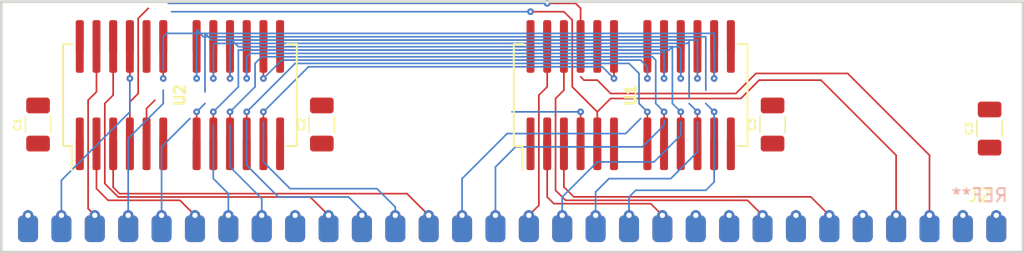
<source format=kicad_pcb>
(kicad_pcb (version 20171130) (host pcbnew "(5.0.1-3-g963ef8bb5)")

  (general
    (thickness 1.6)
    (drawings 4)
    (tracks 221)
    (zones 0)
    (modules 7)
    (nets 32)
  )

  (page A4)
  (layers
    (0 F.Cu signal)
    (1 In1.Cu power)
    (2 In2.Cu power)
    (31 B.Cu signal)
    (32 B.Adhes user)
    (33 F.Adhes user)
    (34 B.Paste user)
    (35 F.Paste user)
    (36 B.SilkS user)
    (37 F.SilkS user)
    (38 B.Mask user)
    (39 F.Mask user)
    (40 Dwgs.User user)
    (41 Cmts.User user)
    (42 Eco1.User user)
    (43 Eco2.User user)
    (44 Edge.Cuts user)
    (45 Margin user)
    (46 B.CrtYd user)
    (47 F.CrtYd user)
    (48 B.Fab user)
    (49 F.Fab user)
  )

  (setup
    (last_trace_width 0.127)
    (user_trace_width 0.1524)
    (user_trace_width 0.254)
    (user_trace_width 0.508)
    (user_trace_width 0.762)
    (user_trace_width 0.8)
    (user_trace_width 1.27)
    (user_trace_width 1.524)
    (trace_clearance 0.127)
    (zone_clearance 0.1524)
    (zone_45_only no)
    (trace_min 0.127)
    (segment_width 0.2)
    (edge_width 0.15)
    (via_size 0.508)
    (via_drill 0.2)
    (via_min_size 0.508)
    (via_min_drill 0.2)
    (user_via 0.8 0.4)
    (uvia_size 0.3)
    (uvia_drill 0.1)
    (uvias_allowed no)
    (uvia_min_size 0.2)
    (uvia_min_drill 0.1)
    (pcb_text_width 0.3)
    (pcb_text_size 1.5 1.5)
    (mod_edge_width 0.15)
    (mod_text_size 1 1)
    (mod_text_width 0.15)
    (pad_size 1.524 1.524)
    (pad_drill 0.762)
    (pad_to_mask_clearance 0.0762)
    (solder_mask_min_width 0.1524)
    (pad_to_paste_clearance -0.1)
    (aux_axis_origin 0 0)
    (visible_elements FFFFFF7F)
    (pcbplotparams
      (layerselection 0x010fc_ffffffff)
      (usegerberextensions false)
      (usegerberattributes false)
      (usegerberadvancedattributes false)
      (creategerberjobfile false)
      (excludeedgelayer true)
      (linewidth 0.100000)
      (plotframeref false)
      (viasonmask false)
      (mode 1)
      (useauxorigin false)
      (hpglpennumber 1)
      (hpglpenspeed 20)
      (hpglpendiameter 15.000000)
      (psnegative false)
      (psa4output false)
      (plotreference true)
      (plotvalue true)
      (plotinvisibletext false)
      (padsonsilk false)
      (subtractmaskfromsilk false)
      (outputformat 1)
      (mirror false)
      (drillshape 1)
      (scaleselection 1)
      (outputdirectory ""))
  )

  (net 0 "")
  (net 1 +5V)
  (net 2 /D0)
  (net 3 /D1)
  (net 4 /~WE~)
  (net 5 /~RAS~)
  (net 6 /~OE~)
  (net 7 /~CAS~)
  (net 8 /D2)
  (net 9 /D3)
  (net 10 GND)
  (net 11 /D4)
  (net 12 /D5)
  (net 13 /D6)
  (net 14 /A11)
  (net 15 /D7)
  (net 16 /QP)
  (net 17 /~CASP~)
  (net 18 /DP)
  (net 19 "Net-(U1-Pad6)")
  (net 20 "Net-(U2-Pad6)")
  (net 21 /1A0)
  (net 22 /1A1)
  (net 23 /1A2)
  (net 24 /1A3)
  (net 25 /1A4)
  (net 26 /1A5)
  (net 27 /1A6)
  (net 28 /1A7)
  (net 29 /1A8)
  (net 30 /1A10)
  (net 31 /1A9)

  (net_class Default "This is the default net class."
    (clearance 0.127)
    (trace_width 0.127)
    (via_dia 0.508)
    (via_drill 0.2)
    (uvia_dia 0.3)
    (uvia_drill 0.1)
    (add_net +5V)
    (add_net /1A0)
    (add_net /1A1)
    (add_net /1A10)
    (add_net /1A2)
    (add_net /1A3)
    (add_net /1A4)
    (add_net /1A5)
    (add_net /1A6)
    (add_net /1A7)
    (add_net /1A8)
    (add_net /1A9)
    (add_net /A11)
    (add_net /D0)
    (add_net /D1)
    (add_net /D2)
    (add_net /D3)
    (add_net /D4)
    (add_net /D5)
    (add_net /D6)
    (add_net /D7)
    (add_net /DP)
    (add_net /QP)
    (add_net /~CASP~)
    (add_net /~CAS~)
    (add_net /~OE~)
    (add_net /~RAS~)
    (add_net /~WE~)
    (add_net GND)
    (add_net "Net-(U1-Pad6)")
    (add_net "Net-(U2-Pad6)")
  )

  (module stdpads:C_1206 (layer F.Cu) (tedit 5BDBB3F6) (tstamp 5CC415E3)
    (at 176.022 76.2 90)
    (tags capacitor)
    (path /5C2EDC35)
    (attr smd)
    (fp_text reference C3 (at 0 -1.55 90) (layer F.SilkS)
      (effects (font (size 0.508 0.508) (thickness 0.127)))
    )
    (fp_text value 100n (at 0 0.5 90) (layer F.Fab) hide
      (effects (font (size 0.254 0.254) (thickness 0.0635)))
    )
    (fp_line (start -1.6 0.8) (end -1.6 -0.8) (layer F.Fab) (width 0.1))
    (fp_line (start -1.6 -0.8) (end 1.6 -0.8) (layer F.Fab) (width 0.2))
    (fp_line (start 1.6 -0.8) (end 1.6 0.8) (layer F.Fab) (width 0.1))
    (fp_line (start 1.6 0.8) (end -1.6 0.8) (layer F.Fab) (width 0.2))
    (fp_line (start -0.602064 -0.96) (end 0.602064 -0.96) (layer F.SilkS) (width 0.12))
    (fp_line (start -0.602064 0.96) (end 0.602064 0.96) (layer F.SilkS) (width 0.12))
    (fp_line (start -2.35 1.2) (end -2.35 -1.2) (layer F.CrtYd) (width 0.05))
    (fp_line (start -2.35 -1.2) (end 2.35 -1.2) (layer F.CrtYd) (width 0.05))
    (fp_line (start 2.35 -1.2) (end 2.35 1.2) (layer F.CrtYd) (width 0.05))
    (fp_line (start 2.35 1.2) (end -2.35 1.2) (layer F.CrtYd) (width 0.05))
    (fp_text user %R (at 0 0 90) (layer F.Fab)
      (effects (font (size 0.508 0.508) (thickness 0.127)))
    )
    (pad 1 smd roundrect (at -1.45 0 90) (size 1.2 1.8) (layers F.Cu F.Paste F.Mask) (roundrect_rratio 0.2)
      (net 1 +5V))
    (pad 2 smd roundrect (at 1.45 0 90) (size 1.2 1.8) (layers F.Cu F.Paste F.Mask) (roundrect_rratio 0.2)
      (net 10 GND))
    (model ${KISYS3DMOD}/Capacitor_SMD.3dshapes/C_1206_3216Metric.wrl
      (at (xyz 0 0 0))
      (scale (xyz 1 1 1))
      (rotate (xyz 0 0 0))
    )
  )

  (module stdpads:Memory_SIMM_30 (layer F.Cu) (tedit 5C2DD7B4) (tstamp 5C2E4C79)
    (at 139.7 83.82)
    (path /5C2E1E12)
    (fp_text reference J2 (at 35.56 -2.54) (layer F.SilkS)
      (effects (font (size 1 1) (thickness 0.15)))
    )
    (fp_text value Conn_01x30 (at 0 -2.54) (layer F.Fab)
      (effects (font (size 1 1) (thickness 0.15)))
    )
    (fp_line (start -38.862 1.778) (end -38.862 -1.778) (layer B.Fab) (width 0.127))
    (fp_line (start 38.862 1.778) (end -38.862 1.778) (layer B.Fab) (width 0.127))
    (fp_text user REF** (at 35.56 -2.54) (layer B.SilkS)
      (effects (font (size 1 1) (thickness 0.15)) (justify mirror))
    )
    (fp_line (start 38.862 -1.778) (end 38.862 1.778) (layer F.Fab) (width 0.127))
    (fp_line (start 38.862 1.778) (end -38.862 1.778) (layer F.Fab) (width 0.127))
    (fp_line (start -38.862 1.778) (end -38.862 -1.778) (layer F.Fab) (width 0.127))
    (fp_line (start 38.862 -1.778) (end 38.862 1.778) (layer B.Fab) (width 0.127))
    (pad 1 smd roundrect (at -36.83 0) (size 1.524 2.032) (layers B.Cu B.Mask) (roundrect_rratio 0.25)
      (net 1 +5V))
    (pad 1 smd roundrect (at -36.83 0) (size 1.524 2.032) (layers F.Cu F.Mask) (roundrect_rratio 0.25)
      (net 1 +5V))
    (pad 2 smd roundrect (at -34.29 0) (size 1.524 2.032) (layers B.Cu B.Mask) (roundrect_rratio 0.25)
      (net 7 /~CAS~))
    (pad 3 smd roundrect (at -31.75 0) (size 1.524 2.032) (layers B.Cu B.Mask) (roundrect_rratio 0.25)
      (net 2 /D0))
    (pad 4 smd roundrect (at -29.21 0) (size 1.524 2.032) (layers B.Cu B.Mask) (roundrect_rratio 0.25)
      (net 31 /1A9))
    (pad 5 smd roundrect (at -26.67 0) (size 1.524 2.032) (layers B.Cu B.Mask) (roundrect_rratio 0.25)
      (net 29 /1A8))
    (pad 6 smd roundrect (at -24.13 0) (size 1.524 2.032) (layers B.Cu B.Mask) (roundrect_rratio 0.25)
      (net 3 /D1))
    (pad 7 smd roundrect (at -21.59 0) (size 1.524 2.032) (layers B.Cu B.Mask) (roundrect_rratio 0.25)
      (net 30 /1A10))
    (pad 8 smd roundrect (at -19.05 0) (size 1.524 2.032) (layers B.Cu B.Mask) (roundrect_rratio 0.25)
      (net 28 /1A7))
    (pad 9 smd roundrect (at -16.51 0) (size 1.524 2.032) (layers B.Cu B.Mask) (roundrect_rratio 0.25)
      (net 10 GND))
    (pad 10 smd roundrect (at -13.97 0) (size 1.524 2.032) (layers B.Cu B.Mask) (roundrect_rratio 0.25)
      (net 8 /D2))
    (pad 11 smd roundrect (at -11.43 0) (size 1.524 2.032) (layers B.Cu B.Mask) (roundrect_rratio 0.25)
      (net 21 /1A0))
    (pad 12 smd roundrect (at -8.89 0) (size 1.524 2.032) (layers B.Cu B.Mask) (roundrect_rratio 0.25)
      (net 27 /1A6))
    (pad 13 smd roundrect (at -6.35 0) (size 1.524 2.032) (layers B.Cu B.Mask) (roundrect_rratio 0.25)
      (net 9 /D3))
    (pad 14 smd roundrect (at -3.81 0) (size 1.524 2.032) (layers B.Cu B.Mask) (roundrect_rratio 0.25)
      (net 22 /1A1))
    (pad 15 smd roundrect (at -1.27 0) (size 1.524 2.032) (layers B.Cu B.Mask) (roundrect_rratio 0.25)
      (net 26 /1A5))
    (pad 16 smd roundrect (at 1.27 0) (size 1.524 2.032) (layers B.Cu B.Mask) (roundrect_rratio 0.25)
      (net 11 /D4))
    (pad 17 smd roundrect (at 3.81 0) (size 1.524 2.032) (layers B.Cu B.Mask) (roundrect_rratio 0.25)
      (net 23 /1A2))
    (pad 18 smd roundrect (at 6.35 0) (size 1.524 2.032) (layers B.Cu B.Mask) (roundrect_rratio 0.25)
      (net 25 /1A4))
    (pad 19 smd roundrect (at 8.89 0) (size 1.524 2.032) (layers B.Cu B.Mask) (roundrect_rratio 0.25)
      (net 24 /1A3))
    (pad 20 smd roundrect (at 11.43 0) (size 1.524 2.032) (layers B.Cu B.Mask) (roundrect_rratio 0.25)
      (net 12 /D5))
    (pad 21 smd roundrect (at 13.97 0) (size 1.524 2.032) (layers B.Cu B.Mask) (roundrect_rratio 0.25)
      (net 4 /~WE~))
    (pad 22 smd roundrect (at 16.51 0) (size 1.524 2.032) (layers B.Cu B.Mask) (roundrect_rratio 0.25)
      (net 10 GND))
    (pad 23 smd roundrect (at 19.05 0) (size 1.524 2.032) (layers B.Cu B.Mask) (roundrect_rratio 0.25)
      (net 13 /D6))
    (pad 24 smd roundrect (at 21.59 0) (size 1.524 2.032) (layers B.Cu B.Mask) (roundrect_rratio 0.25)
      (net 14 /A11))
    (pad 25 smd roundrect (at 24.13 0) (size 1.524 2.032) (layers B.Cu B.Mask) (roundrect_rratio 0.25)
      (net 15 /D7))
    (pad 26 smd roundrect (at 26.67 0) (size 1.524 2.032) (layers B.Cu B.Mask) (roundrect_rratio 0.25)
      (net 16 /QP))
    (pad 27 smd roundrect (at 29.21 0) (size 1.524 2.032) (layers B.Cu B.Mask) (roundrect_rratio 0.25)
      (net 5 /~RAS~))
    (pad 28 smd roundrect (at 31.75 0) (size 1.524 2.032) (layers B.Cu B.Mask) (roundrect_rratio 0.25)
      (net 17 /~CASP~))
    (pad 29 smd roundrect (at 34.29 0) (size 1.524 2.032) (layers B.Cu B.Mask) (roundrect_rratio 0.25)
      (net 18 /DP))
    (pad 30 smd roundrect (at 36.83 0) (size 1.524 2.032) (layers B.Cu B.Mask) (roundrect_rratio 0.25)
      (net 1 +5V))
    (pad 2 smd roundrect (at -34.29 0) (size 1.524 2.032) (layers F.Cu F.Mask) (roundrect_rratio 0.25)
      (net 7 /~CAS~))
    (pad 3 thru_hole circle (at -31.75 -1.016) (size 0.8 0.8) (drill 0.4) (layers *.Cu *.Mask)
      (net 2 /D0))
    (pad 11 smd roundrect (at -11.43 0) (size 1.524 2.032) (layers F.Cu F.Mask) (roundrect_rratio 0.25)
      (net 21 /1A0))
    (pad 5 smd roundrect (at -26.67 0) (size 1.524 2.032) (layers F.Cu F.Mask) (roundrect_rratio 0.25)
      (net 29 /1A8))
    (pad 12 smd roundrect (at -8.89 0) (size 1.524 2.032) (layers F.Cu F.Mask) (roundrect_rratio 0.25)
      (net 27 /1A6))
    (pad 26 smd roundrect (at 26.67 0) (size 1.524 2.032) (layers F.Cu F.Mask) (roundrect_rratio 0.25)
      (net 16 /QP))
    (pad 13 smd roundrect (at -6.35 0) (size 1.524 2.032) (layers F.Cu F.Mask) (roundrect_rratio 0.25)
      (net 9 /D3))
    (pad 14 smd roundrect (at -3.81 0) (size 1.524 2.032) (layers F.Cu F.Mask) (roundrect_rratio 0.25)
      (net 22 /1A1))
    (pad 4 smd roundrect (at -29.21 0) (size 1.524 2.032) (layers F.Cu F.Mask) (roundrect_rratio 0.25)
      (net 31 /1A9))
    (pad 29 smd roundrect (at 34.29 0) (size 1.524 2.032) (layers F.Cu F.Mask) (roundrect_rratio 0.25)
      (net 18 /DP))
    (pad 3 smd roundrect (at -31.75 0) (size 1.524 2.032) (layers F.Cu F.Mask) (roundrect_rratio 0.25)
      (net 2 /D0))
    (pad 24 smd roundrect (at 21.59 0) (size 1.524 2.032) (layers F.Cu F.Mask) (roundrect_rratio 0.25)
      (net 14 /A11))
    (pad 16 smd roundrect (at 1.27 0) (size 1.524 2.032) (layers F.Cu F.Mask) (roundrect_rratio 0.25)
      (net 11 /D4))
    (pad 20 smd roundrect (at 11.43 0) (size 1.524 2.032) (layers F.Cu F.Mask) (roundrect_rratio 0.25)
      (net 12 /D5))
    (pad 23 smd roundrect (at 19.05 0) (size 1.524 2.032) (layers F.Cu F.Mask) (roundrect_rratio 0.25)
      (net 13 /D6))
    (pad 9 smd roundrect (at -16.51 0) (size 1.524 2.032) (layers F.Cu F.Mask) (roundrect_rratio 0.25)
      (net 10 GND))
    (pad 18 smd roundrect (at 6.35 0) (size 1.524 2.032) (layers F.Cu F.Mask) (roundrect_rratio 0.25)
      (net 25 /1A4))
    (pad 21 smd roundrect (at 13.97 0) (size 1.524 2.032) (layers F.Cu F.Mask) (roundrect_rratio 0.25)
      (net 4 /~WE~))
    (pad 19 smd roundrect (at 8.89 0) (size 1.524 2.032) (layers F.Cu F.Mask) (roundrect_rratio 0.25)
      (net 24 /1A3))
    (pad 10 smd roundrect (at -13.97 0) (size 1.524 2.032) (layers F.Cu F.Mask) (roundrect_rratio 0.25)
      (net 8 /D2))
    (pad 22 smd roundrect (at 16.51 0) (size 1.524 2.032) (layers F.Cu F.Mask) (roundrect_rratio 0.25)
      (net 10 GND))
    (pad 6 smd roundrect (at -24.13 0) (size 1.524 2.032) (layers F.Cu F.Mask) (roundrect_rratio 0.25)
      (net 3 /D1))
    (pad 17 smd roundrect (at 3.81 0) (size 1.524 2.032) (layers F.Cu F.Mask) (roundrect_rratio 0.25)
      (net 23 /1A2))
    (pad 7 smd roundrect (at -21.59 0) (size 1.524 2.032) (layers F.Cu F.Mask) (roundrect_rratio 0.25)
      (net 30 /1A10))
    (pad 8 smd roundrect (at -19.05 0) (size 1.524 2.032) (layers F.Cu F.Mask) (roundrect_rratio 0.25)
      (net 28 /1A7))
    (pad 27 smd roundrect (at 29.21 0) (size 1.524 2.032) (layers F.Cu F.Mask) (roundrect_rratio 0.25)
      (net 5 /~RAS~))
    (pad 28 smd roundrect (at 31.75 0) (size 1.524 2.032) (layers F.Cu) (roundrect_rratio 0.25)
      (net 17 /~CASP~))
    (pad 30 smd roundrect (at 36.83 0) (size 1.524 2.032) (layers F.Cu F.Mask) (roundrect_rratio 0.25)
      (net 1 +5V))
    (pad 15 smd roundrect (at -1.27 0) (size 1.524 2.032) (layers F.Cu F.Mask) (roundrect_rratio 0.25)
      (net 26 /1A5))
    (pad 25 smd roundrect (at 24.13 0) (size 1.524 2.032) (layers F.Cu F.Mask) (roundrect_rratio 0.25)
      (net 15 /D7))
    (pad 2 thru_hole circle (at -34.29 -1.016) (size 0.8 0.8) (drill 0.4) (layers *.Cu *.Mask)
      (net 7 /~CAS~))
    (pad 1 thru_hole circle (at -36.83 -1.016) (size 0.8 0.8) (drill 0.4) (layers *.Cu *.Mask)
      (net 1 +5V))
    (pad 5 thru_hole circle (at -26.67 -1.016) (size 0.8 0.8) (drill 0.4) (layers *.Cu *.Mask)
      (net 29 /1A8))
    (pad 4 thru_hole circle (at -29.21 -1.016) (size 0.8 0.8) (drill 0.4) (layers *.Cu *.Mask)
      (net 31 /1A9))
    (pad 6 thru_hole circle (at -24.13 -1.016) (size 0.8 0.8) (drill 0.4) (layers *.Cu *.Mask)
      (net 3 /D1))
    (pad 7 thru_hole circle (at -21.59 -1.016) (size 0.8 0.8) (drill 0.4) (layers *.Cu *.Mask)
      (net 30 /1A10))
    (pad 9 thru_hole circle (at -16.51 -1.016) (size 0.8 0.8) (drill 0.4) (layers *.Cu *.Mask)
      (net 10 GND))
    (pad 8 thru_hole circle (at -19.05 -1.016) (size 0.8 0.8) (drill 0.4) (layers *.Cu *.Mask)
      (net 28 /1A7))
    (pad 11 thru_hole circle (at -11.43 -1.016) (size 0.8 0.8) (drill 0.4) (layers *.Cu *.Mask)
      (net 21 /1A0))
    (pad 10 thru_hole circle (at -13.97 -1.016) (size 0.8 0.8) (drill 0.4) (layers *.Cu *.Mask)
      (net 8 /D2))
    (pad 12 thru_hole circle (at -8.89 -1.016) (size 0.8 0.8) (drill 0.4) (layers *.Cu *.Mask)
      (net 27 /1A6))
    (pad 14 thru_hole circle (at -3.81 -1.016) (size 0.8 0.8) (drill 0.4) (layers *.Cu *.Mask)
      (net 22 /1A1))
    (pad 13 thru_hole circle (at -6.35 -1.016) (size 0.8 0.8) (drill 0.4) (layers *.Cu *.Mask)
      (net 9 /D3))
    (pad 15 thru_hole circle (at -1.27 -1.016) (size 0.8 0.8) (drill 0.4) (layers *.Cu *.Mask)
      (net 26 /1A5))
    (pad 17 thru_hole circle (at 3.81 -1.016) (size 0.8 0.8) (drill 0.4) (layers *.Cu *.Mask)
      (net 23 /1A2))
    (pad 16 thru_hole circle (at 1.27 -1.016) (size 0.8 0.8) (drill 0.4) (layers *.Cu *.Mask)
      (net 11 /D4))
    (pad 18 thru_hole circle (at 6.35 -1.016) (size 0.8 0.8) (drill 0.4) (layers *.Cu *.Mask)
      (net 25 /1A4))
    (pad 27 thru_hole circle (at 29.21 -1.016) (size 0.8 0.8) (drill 0.4) (layers *.Cu *.Mask)
      (net 5 /~RAS~))
    (pad 26 thru_hole circle (at 26.67 -1.016) (size 0.8 0.8) (drill 0.4) (layers *.Cu *.Mask)
      (net 16 /QP))
    (pad 28 thru_hole circle (at 31.75 -1.016) (size 0.8 0.8) (drill 0.4) (layers *.Cu *.Mask)
      (net 17 /~CASP~))
    (pad 21 thru_hole circle (at 13.97 -1.016) (size 0.8 0.8) (drill 0.4) (layers *.Cu *.Mask)
      (net 4 /~WE~))
    (pad 20 thru_hole circle (at 11.43 -1.016) (size 0.8 0.8) (drill 0.4) (layers *.Cu *.Mask)
      (net 12 /D5))
    (pad 22 thru_hole circle (at 16.51 -1.016) (size 0.8 0.8) (drill 0.4) (layers *.Cu *.Mask)
      (net 10 GND))
    (pad 24 thru_hole circle (at 21.59 -1.016) (size 0.8 0.8) (drill 0.4) (layers *.Cu *.Mask)
      (net 14 /A11))
    (pad 23 thru_hole circle (at 19.05 -1.016) (size 0.8 0.8) (drill 0.4) (layers *.Cu *.Mask)
      (net 13 /D6))
    (pad 25 thru_hole circle (at 24.13 -1.016) (size 0.8 0.8) (drill 0.4) (layers *.Cu *.Mask)
      (net 15 /D7))
    (pad 19 thru_hole circle (at 8.89 -1.016) (size 0.8 0.8) (drill 0.4) (layers *.Cu *.Mask)
      (net 24 /1A3))
    (pad 29 thru_hole circle (at 34.29 -1.016) (size 0.8 0.8) (drill 0.4) (layers *.Cu *.Mask)
      (net 18 /DP))
    (pad 30 thru_hole circle (at 36.83 -1.016) (size 0.8 0.8) (drill 0.4) (layers *.Cu *.Mask)
      (net 1 +5V))
  )

  (module stdpads:SOP-24-26-300mil (layer F.Cu) (tedit 5CC286F9) (tstamp 5C3C10BA)
    (at 114.427 73.66 90)
    (path /5C2E285B)
    (attr smd)
    (fp_text reference U2 (at 0 0 270) (layer F.SilkS)
      (effects (font (size 0.8128 0.8128) (thickness 0.2032)))
    )
    (fp_text value 511400 (at 0 2.54 90) (layer F.Fab)
      (effects (font (size 0.254 0.254) (thickness 0.0635)))
    )
    (fp_line (start -2.75 -8.715) (end 3.75 -8.715) (layer F.Fab) (width 0.15))
    (fp_line (start 3.75 -8.715) (end 3.75 8.715) (layer F.Fab) (width 0.15))
    (fp_line (start 3.75 8.715) (end -3.75 8.715) (layer F.Fab) (width 0.15))
    (fp_line (start -3.75 8.715) (end -3.75 -7.715) (layer F.Fab) (width 0.15))
    (fp_line (start -3.75 -7.715) (end -2.75 -8.715) (layer F.Fab) (width 0.15))
    (fp_line (start -5.95 -9.065) (end -5.95 9.065) (layer F.CrtYd) (width 0.05))
    (fp_line (start 5.95 -9.065) (end 5.95 9.065) (layer F.CrtYd) (width 0.05))
    (fp_line (start -5.95 -9.065) (end 5.95 -9.065) (layer F.CrtYd) (width 0.05))
    (fp_line (start -5.95 9.065) (end 5.95 9.065) (layer F.CrtYd) (width 0.05))
    (fp_line (start -3.875 -8.89) (end -3.875 -8.24) (layer F.SilkS) (width 0.1524))
    (fp_line (start 3.875 -8.89) (end 3.875 -8.145) (layer F.SilkS) (width 0.1524))
    (fp_line (start 3.875 8.89) (end 3.875 8.145) (layer F.SilkS) (width 0.1524))
    (fp_line (start -3.875 8.89) (end -3.875 8.145) (layer F.SilkS) (width 0.1524))
    (fp_line (start -3.875 -8.89) (end 3.875 -8.89) (layer F.SilkS) (width 0.1524))
    (fp_line (start -3.875 8.89) (end 3.875 8.89) (layer F.SilkS) (width 0.1524))
    (fp_line (start -3.875 -8.24) (end -5.7 -8.24) (layer F.SilkS) (width 0.1524))
    (pad 8 smd roundrect (at -3.7 1.27 90) (size 4 0.6) (layers F.Cu F.Mask) (roundrect_rratio 0.25)
      (net 23 /1A2))
    (pad 19 smd roundrect (at 3.7 1.27 90) (size 4 0.6) (layers F.Cu F.Mask) (roundrect_rratio 0.25)
      (net 25 /1A4))
    (pad 6 smd roundrect (at -3.7 -1.27 90) (size 4 0.6) (layers F.Cu F.Mask) (roundrect_rratio 0.25)
      (net 20 "Net-(U2-Pad6)"))
    (pad 21 smd roundrect (at 3.7 -1.27 90) (size 4 0.6) (layers F.Cu F.Mask) (roundrect_rratio 0.25)
      (net 24 /1A3))
    (pad 1 smd roundrect (at -3.7 -7.62 90) (size 4 0.6) (layers F.Cu F.Mask) (roundrect_rratio 0.25)
      (net 1 +5V))
    (pad 2 smd roundrect (at -3.7 -6.35 90) (size 4 0.6) (layers F.Cu F.Mask) (roundrect_rratio 0.25)
      (net 3 /D1))
    (pad 3 smd roundrect (at -3.7 -5.08 90) (size 4 0.6) (layers F.Cu F.Mask) (roundrect_rratio 0.25)
      (net 9 /D3))
    (pad 4 smd roundrect (at -3.7 -3.81 90) (size 4 0.6) (layers F.Cu F.Mask) (roundrect_rratio 0.25)
      (net 4 /~WE~))
    (pad 5 smd roundrect (at -3.7 -2.54 90) (size 4 0.6) (layers F.Cu F.Mask) (roundrect_rratio 0.25)
      (net 5 /~RAS~))
    (pad 9 smd roundrect (at -3.7 2.54 90) (size 4 0.6) (layers F.Cu F.Mask) (roundrect_rratio 0.25)
      (net 22 /1A1))
    (pad 10 smd roundrect (at -3.7 3.81 90) (size 4 0.6) (layers F.Cu F.Mask) (roundrect_rratio 0.25)
      (net 21 /1A0))
    (pad 11 smd roundrect (at -3.7 5.08 90) (size 4 0.6) (layers F.Cu F.Mask) (roundrect_rratio 0.25)
      (net 30 /1A10))
    (pad 12 smd roundrect (at -3.7 6.35 90) (size 4 0.6) (layers F.Cu F.Mask) (roundrect_rratio 0.25)
      (net 31 /1A9))
    (pad 13 smd roundrect (at -3.7 7.62 90) (size 4 0.6) (layers F.Cu F.Mask) (roundrect_rratio 0.25)
      (net 1 +5V))
    (pad 15 smd roundrect (at 3.7 6.35 90) (size 4 0.6) (layers F.Cu F.Mask) (roundrect_rratio 0.25)
      (net 29 /1A8))
    (pad 16 smd roundrect (at 3.7 5.08 90) (size 4 0.6) (layers F.Cu F.Mask) (roundrect_rratio 0.25)
      (net 28 /1A7))
    (pad 17 smd roundrect (at 3.7 3.81 90) (size 4 0.6) (layers F.Cu F.Mask) (roundrect_rratio 0.25)
      (net 27 /1A6))
    (pad 18 smd roundrect (at 3.7 2.54 90) (size 4 0.6) (layers F.Cu F.Mask) (roundrect_rratio 0.25)
      (net 26 /1A5))
    (pad 22 smd roundrect (at 3.7 -2.54 90) (size 4 0.6) (layers F.Cu F.Mask) (roundrect_rratio 0.25)
      (net 6 /~OE~))
    (pad 23 smd roundrect (at 3.7 -3.81 90) (size 4 0.6) (layers F.Cu F.Mask) (roundrect_rratio 0.25)
      (net 7 /~CAS~))
    (pad 24 smd roundrect (at 3.7 -5.08 90) (size 4 0.6) (layers F.Cu F.Mask) (roundrect_rratio 0.25)
      (net 8 /D2))
    (pad 25 smd roundrect (at 3.7 -6.35 90) (size 4 0.6) (layers F.Cu F.Mask) (roundrect_rratio 0.25)
      (net 2 /D0))
    (pad 26 smd roundrect (at 3.7 -7.62 90) (size 4 0.6) (layers F.Cu F.Mask) (roundrect_rratio 0.25)
      (net 10 GND))
    (pad 14 smd roundrect (at 3.7 7.62 90) (size 4 0.6) (layers F.Cu F.Mask) (roundrect_rratio 0.25)
      (net 10 GND))
    (pad 1 smd roundrect (at -4.45 -7.62 90) (size 2.5 0.6) (layers F.Cu F.Paste F.Mask) (roundrect_rratio 0.25)
      (net 1 +5V))
    (pad 2 smd roundrect (at -4.45 -6.35 90) (size 2.5 0.6) (layers F.Cu F.Paste F.Mask) (roundrect_rratio 0.25)
      (net 3 /D1))
    (pad 3 smd roundrect (at -4.45 -5.08 90) (size 2.5 0.6) (layers F.Cu F.Paste F.Mask) (roundrect_rratio 0.25)
      (net 9 /D3))
    (pad 4 smd roundrect (at -4.45 -3.81 90) (size 2.5 0.6) (layers F.Cu F.Paste F.Mask) (roundrect_rratio 0.25)
      (net 4 /~WE~))
    (pad 5 smd roundrect (at -4.45 -2.54 90) (size 2.5 0.6) (layers F.Cu F.Paste F.Mask) (roundrect_rratio 0.25)
      (net 5 /~RAS~))
    (pad 6 smd roundrect (at -4.45 -1.27 90) (size 2.5 0.6) (layers F.Cu F.Paste F.Mask) (roundrect_rratio 0.25)
      (net 20 "Net-(U2-Pad6)"))
    (pad 8 smd roundrect (at -4.45 1.27 90) (size 2.5 0.6) (layers F.Cu F.Paste F.Mask) (roundrect_rratio 0.25)
      (net 23 /1A2))
    (pad 9 smd roundrect (at -4.45 2.54 90) (size 2.5 0.6) (layers F.Cu F.Paste F.Mask) (roundrect_rratio 0.25)
      (net 22 /1A1))
    (pad 10 smd roundrect (at -4.45 3.81 90) (size 2.5 0.6) (layers F.Cu F.Paste F.Mask) (roundrect_rratio 0.25)
      (net 21 /1A0))
    (pad 11 smd roundrect (at -4.45 5.08 90) (size 2.5 0.6) (layers F.Cu F.Paste F.Mask) (roundrect_rratio 0.25)
      (net 30 /1A10))
    (pad 12 smd roundrect (at -4.45 6.35 90) (size 2.5 0.6) (layers F.Cu F.Paste F.Mask) (roundrect_rratio 0.25)
      (net 31 /1A9))
    (pad 13 smd roundrect (at -4.45 7.62 90) (size 2.5 0.6) (layers F.Cu F.Paste F.Mask) (roundrect_rratio 0.25)
      (net 1 +5V))
    (pad 14 smd roundrect (at 4.45 7.62 90) (size 2.5 0.6) (layers F.Cu F.Paste F.Mask) (roundrect_rratio 0.25)
      (net 10 GND))
    (pad 15 smd roundrect (at 4.45 6.35 90) (size 2.5 0.6) (layers F.Cu F.Paste F.Mask) (roundrect_rratio 0.25)
      (net 29 /1A8))
    (pad 16 smd roundrect (at 4.45 5.08 90) (size 2.5 0.6) (layers F.Cu F.Paste F.Mask) (roundrect_rratio 0.25)
      (net 28 /1A7))
    (pad 17 smd roundrect (at 4.45 3.81 90) (size 2.5 0.6) (layers F.Cu F.Paste F.Mask) (roundrect_rratio 0.25)
      (net 27 /1A6))
    (pad 18 smd roundrect (at 4.45 2.54 90) (size 2.5 0.6) (layers F.Cu F.Paste F.Mask) (roundrect_rratio 0.25)
      (net 26 /1A5))
    (pad 19 smd roundrect (at 4.45 1.27 90) (size 2.5 0.6) (layers F.Cu F.Paste F.Mask) (roundrect_rratio 0.25)
      (net 25 /1A4))
    (pad 21 smd roundrect (at 4.45 -1.27 90) (size 2.5 0.6) (layers F.Cu F.Paste F.Mask) (roundrect_rratio 0.25)
      (net 24 /1A3))
    (pad 22 smd roundrect (at 4.45 -2.54 90) (size 2.5 0.6) (layers F.Cu F.Paste F.Mask) (roundrect_rratio 0.25)
      (net 6 /~OE~))
    (pad 23 smd roundrect (at 4.45 -3.81 90) (size 2.5 0.6) (layers F.Cu F.Paste F.Mask) (roundrect_rratio 0.25)
      (net 7 /~CAS~))
    (pad 24 smd roundrect (at 4.45 -5.08 90) (size 2.5 0.6) (layers F.Cu F.Paste F.Mask) (roundrect_rratio 0.25)
      (net 8 /D2))
    (pad 25 smd roundrect (at 4.45 -6.35 90) (size 2.5 0.6) (layers F.Cu F.Paste F.Mask) (roundrect_rratio 0.25)
      (net 2 /D0))
    (pad 26 smd roundrect (at 4.45 -7.62 90) (size 2.5 0.6) (layers F.Cu F.Paste F.Mask) (roundrect_rratio 0.25)
      (net 10 GND))
    (model ${KISYS3DMOD}/Package_SO.3dshapes/SOIJ-8_5.3x5.3mm_P1.27mm.wrl
      (offset (xyz -1.016 5.715 0))
      (scale (xyz 1 1 1))
      (rotate (xyz 0 0 0))
    )
    (model ${KISYS3DMOD}/Package_SO.3dshapes/SOIJ-8_5.3x5.3mm_P1.27mm.wrl
      (offset (xyz 1.016 5.715 0))
      (scale (xyz 1 1 1))
      (rotate (xyz 0 0 0))
    )
    (model ${KISYS3DMOD}/Package_SO.3dshapes/SOIJ-8_5.3x5.3mm_P1.27mm.wrl
      (offset (xyz -1.016 3.175 0))
      (scale (xyz 1 1 1))
      (rotate (xyz 0 0 0))
    )
    (model ${KISYS3DMOD}/Package_SO.3dshapes/SOIJ-8_5.3x5.3mm_P1.27mm.wrl
      (offset (xyz 1.016 3.175 0))
      (scale (xyz 1 1 1))
      (rotate (xyz 0 0 0))
    )
    (model ${KISYS3DMOD}/Package_SO.3dshapes/SOIJ-8_5.3x5.3mm_P1.27mm.wrl
      (offset (xyz -1.016 -3.175 0))
      (scale (xyz 1 1 1))
      (rotate (xyz 0 0 0))
    )
    (model ${KISYS3DMOD}/Package_SO.3dshapes/SOIJ-8_5.3x5.3mm_P1.27mm.wrl
      (offset (xyz 1.016 -3.175 0))
      (scale (xyz 1 1 1))
      (rotate (xyz 0 0 0))
    )
    (model ${KISYS3DMOD}/Package_SO.3dshapes/SOIJ-8_5.3x5.3mm_P1.27mm.wrl
      (offset (xyz -1.016 -5.715 0))
      (scale (xyz 1 1 1))
      (rotate (xyz 0 0 0))
    )
    (model ${KISYS3DMOD}/Package_SO.3dshapes/SOIJ-8_5.3x5.3mm_P1.27mm.wrl
      (offset (xyz 1.016 -5.715 0))
      (scale (xyz 1 1 1))
      (rotate (xyz 0 0 0))
    )
    (model ${KISYS3DMOD}/Package_SO.3dshapes/SOIJ-8_5.3x5.3mm_P1.27mm.wrl
      (offset (xyz 1.016 0.635 0))
      (scale (xyz 1 1 1))
      (rotate (xyz 0 0 0))
    )
    (model ${KISYS3DMOD}/Package_SO.3dshapes/SOIJ-8_5.3x5.3mm_P1.27mm.wrl
      (offset (xyz -1.016 0.635 0))
      (scale (xyz 1 1 1))
      (rotate (xyz 0 0 0))
    )
  )

  (module stdpads:SOP-24-26-300mil (layer F.Cu) (tedit 5CC286F9) (tstamp 5C2EC061)
    (at 148.717 73.66 90)
    (path /5C2E22F1)
    (attr smd)
    (fp_text reference U1 (at 0 0 270) (layer F.SilkS)
      (effects (font (size 0.8128 0.8128) (thickness 0.2032)))
    )
    (fp_text value 511400 (at 0 2.54 90) (layer F.Fab)
      (effects (font (size 0.254 0.254) (thickness 0.0635)))
    )
    (fp_line (start -2.75 -8.715) (end 3.75 -8.715) (layer F.Fab) (width 0.15))
    (fp_line (start 3.75 -8.715) (end 3.75 8.715) (layer F.Fab) (width 0.15))
    (fp_line (start 3.75 8.715) (end -3.75 8.715) (layer F.Fab) (width 0.15))
    (fp_line (start -3.75 8.715) (end -3.75 -7.715) (layer F.Fab) (width 0.15))
    (fp_line (start -3.75 -7.715) (end -2.75 -8.715) (layer F.Fab) (width 0.15))
    (fp_line (start -5.95 -9.065) (end -5.95 9.065) (layer F.CrtYd) (width 0.05))
    (fp_line (start 5.95 -9.065) (end 5.95 9.065) (layer F.CrtYd) (width 0.05))
    (fp_line (start -5.95 -9.065) (end 5.95 -9.065) (layer F.CrtYd) (width 0.05))
    (fp_line (start -5.95 9.065) (end 5.95 9.065) (layer F.CrtYd) (width 0.05))
    (fp_line (start -3.875 -8.89) (end -3.875 -8.24) (layer F.SilkS) (width 0.1524))
    (fp_line (start 3.875 -8.89) (end 3.875 -8.145) (layer F.SilkS) (width 0.1524))
    (fp_line (start 3.875 8.89) (end 3.875 8.145) (layer F.SilkS) (width 0.1524))
    (fp_line (start -3.875 8.89) (end -3.875 8.145) (layer F.SilkS) (width 0.1524))
    (fp_line (start -3.875 -8.89) (end 3.875 -8.89) (layer F.SilkS) (width 0.1524))
    (fp_line (start -3.875 8.89) (end 3.875 8.89) (layer F.SilkS) (width 0.1524))
    (fp_line (start -3.875 -8.24) (end -5.7 -8.24) (layer F.SilkS) (width 0.1524))
    (pad 8 smd roundrect (at -3.7 1.27 90) (size 4 0.6) (layers F.Cu F.Mask) (roundrect_rratio 0.25)
      (net 30 /1A10))
    (pad 19 smd roundrect (at 3.7 1.27 90) (size 4 0.6) (layers F.Cu F.Mask) (roundrect_rratio 0.25)
      (net 29 /1A8))
    (pad 6 smd roundrect (at -3.7 -1.27 90) (size 4 0.6) (layers F.Cu F.Mask) (roundrect_rratio 0.25)
      (net 19 "Net-(U1-Pad6)"))
    (pad 21 smd roundrect (at 3.7 -1.27 90) (size 4 0.6) (layers F.Cu F.Mask) (roundrect_rratio 0.25)
      (net 31 /1A9))
    (pad 1 smd roundrect (at -3.7 -7.62 90) (size 4 0.6) (layers F.Cu F.Mask) (roundrect_rratio 0.25)
      (net 1 +5V))
    (pad 2 smd roundrect (at -3.7 -6.35 90) (size 4 0.6) (layers F.Cu F.Mask) (roundrect_rratio 0.25)
      (net 12 /D5))
    (pad 3 smd roundrect (at -3.7 -5.08 90) (size 4 0.6) (layers F.Cu F.Mask) (roundrect_rratio 0.25)
      (net 15 /D7))
    (pad 4 smd roundrect (at -3.7 -3.81 90) (size 4 0.6) (layers F.Cu F.Mask) (roundrect_rratio 0.25)
      (net 4 /~WE~))
    (pad 5 smd roundrect (at -3.7 -2.54 90) (size 4 0.6) (layers F.Cu F.Mask) (roundrect_rratio 0.25)
      (net 5 /~RAS~))
    (pad 9 smd roundrect (at -3.7 2.54 90) (size 4 0.6) (layers F.Cu F.Mask) (roundrect_rratio 0.25)
      (net 21 /1A0))
    (pad 10 smd roundrect (at -3.7 3.81 90) (size 4 0.6) (layers F.Cu F.Mask) (roundrect_rratio 0.25)
      (net 22 /1A1))
    (pad 11 smd roundrect (at -3.7 5.08 90) (size 4 0.6) (layers F.Cu F.Mask) (roundrect_rratio 0.25)
      (net 23 /1A2))
    (pad 12 smd roundrect (at -3.7 6.35 90) (size 4 0.6) (layers F.Cu F.Mask) (roundrect_rratio 0.25)
      (net 24 /1A3))
    (pad 13 smd roundrect (at -3.7 7.62 90) (size 4 0.6) (layers F.Cu F.Mask) (roundrect_rratio 0.25)
      (net 1 +5V))
    (pad 15 smd roundrect (at 3.7 6.35 90) (size 4 0.6) (layers F.Cu F.Mask) (roundrect_rratio 0.25)
      (net 25 /1A4))
    (pad 16 smd roundrect (at 3.7 5.08 90) (size 4 0.6) (layers F.Cu F.Mask) (roundrect_rratio 0.25)
      (net 26 /1A5))
    (pad 17 smd roundrect (at 3.7 3.81 90) (size 4 0.6) (layers F.Cu F.Mask) (roundrect_rratio 0.25)
      (net 27 /1A6))
    (pad 18 smd roundrect (at 3.7 2.54 90) (size 4 0.6) (layers F.Cu F.Mask) (roundrect_rratio 0.25)
      (net 28 /1A7))
    (pad 22 smd roundrect (at 3.7 -2.54 90) (size 4 0.6) (layers F.Cu F.Mask) (roundrect_rratio 0.25)
      (net 6 /~OE~))
    (pad 23 smd roundrect (at 3.7 -3.81 90) (size 4 0.6) (layers F.Cu F.Mask) (roundrect_rratio 0.25)
      (net 7 /~CAS~))
    (pad 24 smd roundrect (at 3.7 -5.08 90) (size 4 0.6) (layers F.Cu F.Mask) (roundrect_rratio 0.25)
      (net 13 /D6))
    (pad 25 smd roundrect (at 3.7 -6.35 90) (size 4 0.6) (layers F.Cu F.Mask) (roundrect_rratio 0.25)
      (net 11 /D4))
    (pad 26 smd roundrect (at 3.7 -7.62 90) (size 4 0.6) (layers F.Cu F.Mask) (roundrect_rratio 0.25)
      (net 10 GND))
    (pad 14 smd roundrect (at 3.7 7.62 90) (size 4 0.6) (layers F.Cu F.Mask) (roundrect_rratio 0.25)
      (net 10 GND))
    (pad 1 smd roundrect (at -4.45 -7.62 90) (size 2.5 0.6) (layers F.Cu F.Paste F.Mask) (roundrect_rratio 0.25)
      (net 1 +5V))
    (pad 2 smd roundrect (at -4.45 -6.35 90) (size 2.5 0.6) (layers F.Cu F.Paste F.Mask) (roundrect_rratio 0.25)
      (net 12 /D5))
    (pad 3 smd roundrect (at -4.45 -5.08 90) (size 2.5 0.6) (layers F.Cu F.Paste F.Mask) (roundrect_rratio 0.25)
      (net 15 /D7))
    (pad 4 smd roundrect (at -4.45 -3.81 90) (size 2.5 0.6) (layers F.Cu F.Paste F.Mask) (roundrect_rratio 0.25)
      (net 4 /~WE~))
    (pad 5 smd roundrect (at -4.45 -2.54 90) (size 2.5 0.6) (layers F.Cu F.Paste F.Mask) (roundrect_rratio 0.25)
      (net 5 /~RAS~))
    (pad 6 smd roundrect (at -4.45 -1.27 90) (size 2.5 0.6) (layers F.Cu F.Paste F.Mask) (roundrect_rratio 0.25)
      (net 19 "Net-(U1-Pad6)"))
    (pad 8 smd roundrect (at -4.45 1.27 90) (size 2.5 0.6) (layers F.Cu F.Paste F.Mask) (roundrect_rratio 0.25)
      (net 30 /1A10))
    (pad 9 smd roundrect (at -4.45 2.54 90) (size 2.5 0.6) (layers F.Cu F.Paste F.Mask) (roundrect_rratio 0.25)
      (net 21 /1A0))
    (pad 10 smd roundrect (at -4.45 3.81 90) (size 2.5 0.6) (layers F.Cu F.Paste F.Mask) (roundrect_rratio 0.25)
      (net 22 /1A1))
    (pad 11 smd roundrect (at -4.45 5.08 90) (size 2.5 0.6) (layers F.Cu F.Paste F.Mask) (roundrect_rratio 0.25)
      (net 23 /1A2))
    (pad 12 smd roundrect (at -4.45 6.35 90) (size 2.5 0.6) (layers F.Cu F.Paste F.Mask) (roundrect_rratio 0.25)
      (net 24 /1A3))
    (pad 13 smd roundrect (at -4.45 7.62 90) (size 2.5 0.6) (layers F.Cu F.Paste F.Mask) (roundrect_rratio 0.25)
      (net 1 +5V))
    (pad 14 smd roundrect (at 4.45 7.62 90) (size 2.5 0.6) (layers F.Cu F.Paste F.Mask) (roundrect_rratio 0.25)
      (net 10 GND))
    (pad 15 smd roundrect (at 4.45 6.35 90) (size 2.5 0.6) (layers F.Cu F.Paste F.Mask) (roundrect_rratio 0.25)
      (net 25 /1A4))
    (pad 16 smd roundrect (at 4.45 5.08 90) (size 2.5 0.6) (layers F.Cu F.Paste F.Mask) (roundrect_rratio 0.25)
      (net 26 /1A5))
    (pad 17 smd roundrect (at 4.45 3.81 90) (size 2.5 0.6) (layers F.Cu F.Paste F.Mask) (roundrect_rratio 0.25)
      (net 27 /1A6))
    (pad 18 smd roundrect (at 4.45 2.54 90) (size 2.5 0.6) (layers F.Cu F.Paste F.Mask) (roundrect_rratio 0.25)
      (net 28 /1A7))
    (pad 19 smd roundrect (at 4.45 1.27 90) (size 2.5 0.6) (layers F.Cu F.Paste F.Mask) (roundrect_rratio 0.25)
      (net 29 /1A8))
    (pad 21 smd roundrect (at 4.45 -1.27 90) (size 2.5 0.6) (layers F.Cu F.Paste F.Mask) (roundrect_rratio 0.25)
      (net 31 /1A9))
    (pad 22 smd roundrect (at 4.45 -2.54 90) (size 2.5 0.6) (layers F.Cu F.Paste F.Mask) (roundrect_rratio 0.25)
      (net 6 /~OE~))
    (pad 23 smd roundrect (at 4.45 -3.81 90) (size 2.5 0.6) (layers F.Cu F.Paste F.Mask) (roundrect_rratio 0.25)
      (net 7 /~CAS~))
    (pad 24 smd roundrect (at 4.45 -5.08 90) (size 2.5 0.6) (layers F.Cu F.Paste F.Mask) (roundrect_rratio 0.25)
      (net 13 /D6))
    (pad 25 smd roundrect (at 4.45 -6.35 90) (size 2.5 0.6) (layers F.Cu F.Paste F.Mask) (roundrect_rratio 0.25)
      (net 11 /D4))
    (pad 26 smd roundrect (at 4.45 -7.62 90) (size 2.5 0.6) (layers F.Cu F.Paste F.Mask) (roundrect_rratio 0.25)
      (net 10 GND))
    (model ${KISYS3DMOD}/Package_SO.3dshapes/SOIJ-8_5.3x5.3mm_P1.27mm.wrl
      (offset (xyz -1.016 5.715 0))
      (scale (xyz 1 1 1))
      (rotate (xyz 0 0 0))
    )
    (model ${KISYS3DMOD}/Package_SO.3dshapes/SOIJ-8_5.3x5.3mm_P1.27mm.wrl
      (offset (xyz 1.016 5.715 0))
      (scale (xyz 1 1 1))
      (rotate (xyz 0 0 0))
    )
    (model ${KISYS3DMOD}/Package_SO.3dshapes/SOIJ-8_5.3x5.3mm_P1.27mm.wrl
      (offset (xyz -1.016 3.175 0))
      (scale (xyz 1 1 1))
      (rotate (xyz 0 0 0))
    )
    (model ${KISYS3DMOD}/Package_SO.3dshapes/SOIJ-8_5.3x5.3mm_P1.27mm.wrl
      (offset (xyz 1.016 3.175 0))
      (scale (xyz 1 1 1))
      (rotate (xyz 0 0 0))
    )
    (model ${KISYS3DMOD}/Package_SO.3dshapes/SOIJ-8_5.3x5.3mm_P1.27mm.wrl
      (offset (xyz -1.016 -3.175 0))
      (scale (xyz 1 1 1))
      (rotate (xyz 0 0 0))
    )
    (model ${KISYS3DMOD}/Package_SO.3dshapes/SOIJ-8_5.3x5.3mm_P1.27mm.wrl
      (offset (xyz 1.016 -3.175 0))
      (scale (xyz 1 1 1))
      (rotate (xyz 0 0 0))
    )
    (model ${KISYS3DMOD}/Package_SO.3dshapes/SOIJ-8_5.3x5.3mm_P1.27mm.wrl
      (offset (xyz -1.016 -5.715 0))
      (scale (xyz 1 1 1))
      (rotate (xyz 0 0 0))
    )
    (model ${KISYS3DMOD}/Package_SO.3dshapes/SOIJ-8_5.3x5.3mm_P1.27mm.wrl
      (offset (xyz 1.016 -5.715 0))
      (scale (xyz 1 1 1))
      (rotate (xyz 0 0 0))
    )
    (model ${KISYS3DMOD}/Package_SO.3dshapes/SOIJ-8_5.3x5.3mm_P1.27mm.wrl
      (offset (xyz 1.016 0.635 0))
      (scale (xyz 1 1 1))
      (rotate (xyz 0 0 0))
    )
    (model ${KISYS3DMOD}/Package_SO.3dshapes/SOIJ-8_5.3x5.3mm_P1.27mm.wrl
      (offset (xyz -1.016 0.635 0))
      (scale (xyz 1 1 1))
      (rotate (xyz 0 0 0))
    )
  )

  (module stdpads:C_1206 (layer F.Cu) (tedit 5BDBB3F6) (tstamp 5CC3C88A)
    (at 103.632 75.893 90)
    (tags capacitor)
    (path /5C2E290A)
    (attr smd)
    (fp_text reference C1 (at 0 -1.55 90) (layer F.SilkS)
      (effects (font (size 0.508 0.508) (thickness 0.127)))
    )
    (fp_text value 100n (at 0 0.5 90) (layer F.Fab) hide
      (effects (font (size 0.254 0.254) (thickness 0.0635)))
    )
    (fp_text user %R (at 0 0 90) (layer F.Fab)
      (effects (font (size 0.508 0.508) (thickness 0.127)))
    )
    (fp_line (start 2.35 1.2) (end -2.35 1.2) (layer F.CrtYd) (width 0.05))
    (fp_line (start 2.35 -1.2) (end 2.35 1.2) (layer F.CrtYd) (width 0.05))
    (fp_line (start -2.35 -1.2) (end 2.35 -1.2) (layer F.CrtYd) (width 0.05))
    (fp_line (start -2.35 1.2) (end -2.35 -1.2) (layer F.CrtYd) (width 0.05))
    (fp_line (start -0.602064 0.96) (end 0.602064 0.96) (layer F.SilkS) (width 0.12))
    (fp_line (start -0.602064 -0.96) (end 0.602064 -0.96) (layer F.SilkS) (width 0.12))
    (fp_line (start 1.6 0.8) (end -1.6 0.8) (layer F.Fab) (width 0.2))
    (fp_line (start 1.6 -0.8) (end 1.6 0.8) (layer F.Fab) (width 0.1))
    (fp_line (start -1.6 -0.8) (end 1.6 -0.8) (layer F.Fab) (width 0.2))
    (fp_line (start -1.6 0.8) (end -1.6 -0.8) (layer F.Fab) (width 0.1))
    (pad 2 smd roundrect (at 1.45 0 90) (size 1.2 1.8) (layers F.Cu F.Paste F.Mask) (roundrect_rratio 0.2)
      (net 10 GND))
    (pad 1 smd roundrect (at -1.45 0 90) (size 1.2 1.8) (layers F.Cu F.Paste F.Mask) (roundrect_rratio 0.2)
      (net 1 +5V))
    (model ${KISYS3DMOD}/Capacitor_SMD.3dshapes/C_1206_3216Metric.wrl
      (at (xyz 0 0 0))
      (scale (xyz 1 1 1))
      (rotate (xyz 0 0 0))
    )
  )

  (module stdpads:C_1206 (layer F.Cu) (tedit 5BDBB3F6) (tstamp 5C3AF28B)
    (at 125.222 75.893 90)
    (tags capacitor)
    (path /5C2E296A)
    (attr smd)
    (fp_text reference C2 (at 0 -1.55 90) (layer F.SilkS)
      (effects (font (size 0.508 0.508) (thickness 0.127)))
    )
    (fp_text value 100n (at 0 0.5 90) (layer F.Fab) hide
      (effects (font (size 0.254 0.254) (thickness 0.0635)))
    )
    (fp_line (start -1.6 0.8) (end -1.6 -0.8) (layer F.Fab) (width 0.1))
    (fp_line (start -1.6 -0.8) (end 1.6 -0.8) (layer F.Fab) (width 0.2))
    (fp_line (start 1.6 -0.8) (end 1.6 0.8) (layer F.Fab) (width 0.1))
    (fp_line (start 1.6 0.8) (end -1.6 0.8) (layer F.Fab) (width 0.2))
    (fp_line (start -0.602064 -0.96) (end 0.602064 -0.96) (layer F.SilkS) (width 0.12))
    (fp_line (start -0.602064 0.96) (end 0.602064 0.96) (layer F.SilkS) (width 0.12))
    (fp_line (start -2.35 1.2) (end -2.35 -1.2) (layer F.CrtYd) (width 0.05))
    (fp_line (start -2.35 -1.2) (end 2.35 -1.2) (layer F.CrtYd) (width 0.05))
    (fp_line (start 2.35 -1.2) (end 2.35 1.2) (layer F.CrtYd) (width 0.05))
    (fp_line (start 2.35 1.2) (end -2.35 1.2) (layer F.CrtYd) (width 0.05))
    (fp_text user %R (at 0 0 90) (layer F.Fab)
      (effects (font (size 0.508 0.508) (thickness 0.127)))
    )
    (pad 1 smd roundrect (at -1.45 0 90) (size 1.2 1.8) (layers F.Cu F.Paste F.Mask) (roundrect_rratio 0.2)
      (net 1 +5V))
    (pad 2 smd roundrect (at 1.45 0 90) (size 1.2 1.8) (layers F.Cu F.Paste F.Mask) (roundrect_rratio 0.2)
      (net 10 GND))
    (model ${KISYS3DMOD}/Capacitor_SMD.3dshapes/C_1206_3216Metric.wrl
      (at (xyz 0 0 0))
      (scale (xyz 1 1 1))
      (rotate (xyz 0 0 0))
    )
  )

  (module stdpads:C_1206 (layer F.Cu) (tedit 5BDBB3F6) (tstamp 5C3AF6E6)
    (at 159.512 75.893 90)
    (tags capacitor)
    (path /5C2EDC35)
    (attr smd)
    (fp_text reference C3 (at 0 -1.55 90) (layer F.SilkS)
      (effects (font (size 0.508 0.508) (thickness 0.127)))
    )
    (fp_text value 100n (at 0 0.5 90) (layer F.Fab) hide
      (effects (font (size 0.254 0.254) (thickness 0.0635)))
    )
    (fp_text user %R (at 0 0 90) (layer F.Fab)
      (effects (font (size 0.508 0.508) (thickness 0.127)))
    )
    (fp_line (start 2.35 1.2) (end -2.35 1.2) (layer F.CrtYd) (width 0.05))
    (fp_line (start 2.35 -1.2) (end 2.35 1.2) (layer F.CrtYd) (width 0.05))
    (fp_line (start -2.35 -1.2) (end 2.35 -1.2) (layer F.CrtYd) (width 0.05))
    (fp_line (start -2.35 1.2) (end -2.35 -1.2) (layer F.CrtYd) (width 0.05))
    (fp_line (start -0.602064 0.96) (end 0.602064 0.96) (layer F.SilkS) (width 0.12))
    (fp_line (start -0.602064 -0.96) (end 0.602064 -0.96) (layer F.SilkS) (width 0.12))
    (fp_line (start 1.6 0.8) (end -1.6 0.8) (layer F.Fab) (width 0.2))
    (fp_line (start 1.6 -0.8) (end 1.6 0.8) (layer F.Fab) (width 0.1))
    (fp_line (start -1.6 -0.8) (end 1.6 -0.8) (layer F.Fab) (width 0.2))
    (fp_line (start -1.6 0.8) (end -1.6 -0.8) (layer F.Fab) (width 0.1))
    (pad 2 smd roundrect (at 1.45 0 90) (size 1.2 1.8) (layers F.Cu F.Paste F.Mask) (roundrect_rratio 0.2)
      (net 10 GND))
    (pad 1 smd roundrect (at -1.45 0 90) (size 1.2 1.8) (layers F.Cu F.Paste F.Mask) (roundrect_rratio 0.2)
      (net 1 +5V))
    (model ${KISYS3DMOD}/Capacitor_SMD.3dshapes/C_1206_3216Metric.wrl
      (at (xyz 0 0 0))
      (scale (xyz 1 1 1))
      (rotate (xyz 0 0 0))
    )
  )

  (gr_line (start 100.838 85.598) (end 100.838 66.548) (layer Edge.Cuts) (width 0.2))
  (gr_line (start 178.562 66.548) (end 178.562 85.598) (layer Edge.Cuts) (width 0.2))
  (gr_line (start 100.838 66.548) (end 178.562 66.548) (layer Edge.Cuts) (width 0.2))
  (gr_line (start 178.562 85.598) (end 100.838 85.598) (layer Edge.Cuts) (width 0.2))

  (segment (start 108.077 69.21) (end 108.077 73.406) (width 0.127) (layer F.Cu) (net 2))
  (segment (start 108.077 73.406) (end 107.442 74.041) (width 0.127) (layer F.Cu) (net 2))
  (segment (start 107.442 82.296) (end 107.95 82.804) (width 0.127) (layer F.Cu) (net 2))
  (segment (start 107.442 74.041) (end 107.442 82.296) (width 0.127) (layer F.Cu) (net 2))
  (segment (start 108.077 78.11) (end 108.077 80.772) (width 0.127) (layer F.Cu) (net 3))
  (segment (start 108.077 80.772) (end 108.966 81.661) (width 0.127) (layer F.Cu) (net 3))
  (segment (start 108.966 81.661) (end 114.427 81.661) (width 0.127) (layer F.Cu) (net 3))
  (segment (start 109.347 77.36) (end 109.347 80.666776) (width 0.127) (layer F.Cu) (net 9))
  (segment (start 109.347 80.666776) (end 109.833224 81.153) (width 0.127) (layer F.Cu) (net 9))
  (segment (start 109.833224 81.153) (end 131.699 81.153) (width 0.127) (layer F.Cu) (net 9))
  (segment (start 109.347 69.21) (end 109.347 73.66) (width 0.127) (layer F.Cu) (net 8))
  (segment (start 109.347 73.66) (end 108.712 74.295) (width 0.127) (layer F.Cu) (net 8))
  (segment (start 108.712 74.295) (end 108.712 80.391) (width 0.127) (layer F.Cu) (net 8))
  (segment (start 108.712 80.391) (end 109.728 81.407) (width 0.127) (layer F.Cu) (net 8))
  (segment (start 124.333 81.407) (end 125.73 82.804) (width 0.127) (layer F.Cu) (net 8))
  (segment (start 109.728 81.407) (end 124.333 81.407) (width 0.127) (layer F.Cu) (net 8))
  (segment (start 114.427 81.661) (end 115.57 82.804) (width 0.127) (layer F.Cu) (net 3))
  (via (at 144.907 74.93) (size 0.508) (drill 0.2) (layers F.Cu B.Cu) (net 4))
  (segment (start 144.907 78.11) (end 144.907 74.93) (width 0.127) (layer F.Cu) (net 4))
  (segment (start 144.907 74.93) (end 139.7 74.93) (width 0.127) (layer B.Cu) (net 4))
  (segment (start 110.617 78.11) (end 110.617 74.168) (width 0.127) (layer F.Cu) (net 4))
  (segment (start 110.617 74.168) (end 111.252 73.533) (width 0.127) (layer F.Cu) (net 4))
  (segment (start 111.252 73.533) (end 111.252 67.818) (width 0.127) (layer F.Cu) (net 4))
  (segment (start 111.252 67.818) (end 112.014 67.056) (width 0.127) (layer F.Cu) (net 4))
  (segment (start 163.195 72.517) (end 168.91 78.232) (width 0.127) (layer F.Cu) (net 5))
  (segment (start 147.193 73.914) (end 157.099 73.914) (width 0.127) (layer F.Cu) (net 5))
  (segment (start 146.177 74.93) (end 147.193 73.914) (width 0.127) (layer F.Cu) (net 5))
  (segment (start 168.91 78.232) (end 168.91 82.804) (width 0.127) (layer F.Cu) (net 5))
  (segment (start 157.099 73.914) (end 158.496 72.517) (width 0.127) (layer F.Cu) (net 5))
  (segment (start 158.496 72.517) (end 163.195 72.517) (width 0.127) (layer F.Cu) (net 5))
  (segment (start 146.177 78.11) (end 146.177 74.93) (width 0.127) (layer F.Cu) (net 5))
  (segment (start 144.272 67.945) (end 143.637 67.31) (width 0.127) (layer F.Cu) (net 5))
  (segment (start 144.272 73.025) (end 144.272 67.945) (width 0.127) (layer F.Cu) (net 5))
  (segment (start 146.177 74.93) (end 144.272 73.025) (width 0.127) (layer F.Cu) (net 5))
  (via (at 141.097 67.31) (size 0.508) (drill 0.2) (layers F.Cu B.Cu) (net 5))
  (segment (start 143.637 67.31) (end 141.097 67.31) (width 0.127) (layer F.Cu) (net 5))
  (segment (start 141.097 67.31) (end 113.792 67.31) (width 0.127) (layer B.Cu) (net 5))
  (segment (start 111.887 78.11) (end 111.887 74.676) (width 0.127) (layer F.Cu) (net 5))
  (segment (start 111.887 74.676) (end 112.522 74.041) (width 0.127) (layer F.Cu) (net 5))
  (segment (start 105.41 82.804) (end 105.41 80.137) (width 0.127) (layer B.Cu) (net 7))
  (via (at 110.617 72.39) (size 0.508) (drill 0.2) (layers F.Cu B.Cu) (net 7) (tstamp 5CC3C94D))
  (segment (start 110.617 74.93) (end 110.617 72.39) (width 0.127) (layer B.Cu) (net 7))
  (segment (start 105.41 80.137) (end 110.617 74.93) (width 0.127) (layer B.Cu) (net 7))
  (segment (start 110.617 72.39) (end 110.617 69.96) (width 0.127) (layer F.Cu) (net 7))
  (segment (start 144.907 69.21) (end 144.907 67.056) (width 0.127) (layer F.Cu) (net 7))
  (segment (start 144.907 67.056) (end 144.526 66.675) (width 0.127) (layer F.Cu) (net 7))
  (segment (start 144.526 66.675) (end 142.367 66.675) (width 0.127) (layer F.Cu) (net 7))
  (via (at 142.367 66.675) (size 0.508) (drill 0.2) (layers F.Cu B.Cu) (net 7))
  (segment (start 142.367 66.675) (end 113.538 66.675) (width 0.127) (layer B.Cu) (net 7))
  (segment (start 131.699 81.153) (end 133.35 82.804) (width 0.127) (layer F.Cu) (net 9))
  (segment (start 143.637 69.21) (end 143.637 73.279) (width 0.127) (layer F.Cu) (net 13))
  (segment (start 143.637 73.279) (end 143.002 73.914) (width 0.127) (layer F.Cu) (net 13))
  (segment (start 143.002 73.914) (end 143.002 80.899) (width 0.127) (layer F.Cu) (net 13))
  (segment (start 143.002 80.899) (end 143.764 81.661) (width 0.127) (layer F.Cu) (net 13))
  (segment (start 143.764 81.661) (end 157.607 81.661) (width 0.127) (layer F.Cu) (net 13))
  (segment (start 143.637 77.36) (end 143.637 80.645) (width 0.127) (layer F.Cu) (net 15))
  (segment (start 143.637 80.645) (end 144.38629 81.39429) (width 0.127) (layer F.Cu) (net 15))
  (segment (start 144.38629 81.39429) (end 162.42029 81.39429) (width 0.127) (layer F.Cu) (net 15))
  (segment (start 142.367 69.21) (end 142.367 73.025) (width 0.127) (layer F.Cu) (net 11))
  (segment (start 142.367 73.025) (end 141.732 73.66) (width 0.127) (layer F.Cu) (net 11))
  (segment (start 141.732 73.66) (end 141.732 82.042) (width 0.127) (layer F.Cu) (net 11))
  (segment (start 141.732 82.042) (end 140.97 82.804) (width 0.127) (layer F.Cu) (net 11))
  (segment (start 142.367 77.36) (end 142.367 81.407) (width 0.127) (layer F.Cu) (net 12))
  (segment (start 142.367 81.407) (end 142.875 81.915) (width 0.127) (layer F.Cu) (net 12))
  (segment (start 142.875 81.915) (end 150.241 81.915) (width 0.127) (layer F.Cu) (net 12))
  (segment (start 150.241 81.915) (end 151.13 82.804) (width 0.127) (layer F.Cu) (net 12))
  (segment (start 157.607 81.661) (end 158.75 82.804) (width 0.127) (layer F.Cu) (net 13))
  (segment (start 162.42029 81.39429) (end 163.83 82.804) (width 0.127) (layer F.Cu) (net 15))
  (segment (start 147.193 73.533) (end 146.177 72.517) (width 0.127) (layer F.Cu) (net 17))
  (segment (start 156.718 73.533) (end 147.193 73.533) (width 0.127) (layer F.Cu) (net 17))
  (segment (start 158.242 72.009) (end 156.718 73.533) (width 0.127) (layer F.Cu) (net 17))
  (segment (start 165.227 72.009) (end 158.242 72.009) (width 0.127) (layer F.Cu) (net 17))
  (segment (start 171.45 78.232) (end 165.227 72.009) (width 0.127) (layer F.Cu) (net 17))
  (segment (start 171.45 82.804) (end 171.45 78.232) (width 0.127) (layer F.Cu) (net 17))
  (segment (start 146.177 72.517) (end 145.161 72.517) (width 0.127) (layer F.Cu) (net 17))
  (segment (start 145.161 72.517) (end 144.907 72.263) (width 0.127) (layer F.Cu) (net 17))
  (via (at 118.237 74.93) (size 0.508) (drill 0.2) (layers F.Cu B.Cu) (net 21))
  (segment (start 118.237 78.11) (end 118.237 74.93) (width 0.127) (layer F.Cu) (net 21))
  (via (at 151.257 74.93) (size 0.508) (drill 0.2) (layers F.Cu B.Cu) (net 21) (tstamp 5CC3D9ED))
  (segment (start 151.257 78.11) (end 151.257 74.93) (width 0.127) (layer F.Cu) (net 21) (tstamp 5CC3D9FA))
  (segment (start 128.27 82.804) (end 128.27 82.423) (width 0.127) (layer B.Cu) (net 21))
  (segment (start 128.27 82.423) (end 127.254 81.407) (width 0.127) (layer B.Cu) (net 21))
  (segment (start 127.254 81.407) (end 121.92 81.407) (width 0.127) (layer B.Cu) (net 21))
  (segment (start 121.92 81.407) (end 119.507 78.994) (width 0.127) (layer B.Cu) (net 21))
  (segment (start 119.507 78.994) (end 119.507 75.565) (width 0.127) (layer B.Cu) (net 21))
  (segment (start 150.622 74.295) (end 151.257 74.93) (width 0.127) (layer B.Cu) (net 21))
  (segment (start 150.622 70.993) (end 150.622 74.295) (width 0.127) (layer B.Cu) (net 21))
  (segment (start 150.368 70.739) (end 150.622 70.993) (width 0.127) (layer B.Cu) (net 21))
  (segment (start 120.65 70.739) (end 150.368 70.739) (width 0.127) (layer B.Cu) (net 21))
  (segment (start 120.142 71.247) (end 120.65 70.739) (width 0.127) (layer B.Cu) (net 21))
  (segment (start 120.142 73.025) (end 120.142 71.247) (width 0.127) (layer B.Cu) (net 21))
  (segment (start 118.237 74.93) (end 120.142 73.025) (width 0.127) (layer B.Cu) (net 21))
  (via (at 152.527 74.93) (size 0.508) (drill 0.2) (layers F.Cu B.Cu) (net 22) (tstamp 5CC3D9E6))
  (segment (start 152.527 78.11) (end 152.527 74.93) (width 0.127) (layer F.Cu) (net 22) (tstamp 5CC3D9F2))
  (via (at 116.967 74.93) (size 0.508) (drill 0.2) (layers F.Cu B.Cu) (net 22))
  (segment (start 116.967 78.11) (end 116.967 74.93) (width 0.127) (layer F.Cu) (net 22))
  (segment (start 135.89 82.804) (end 135.89 80.01) (width 0.127) (layer B.Cu) (net 22))
  (segment (start 135.89 80.01) (end 139.319 76.581) (width 0.127) (layer B.Cu) (net 22))
  (segment (start 139.319 76.581) (end 148.336 76.581) (width 0.127) (layer B.Cu) (net 22))
  (segment (start 148.336 76.581) (end 149.479 75.438) (width 0.127) (layer B.Cu) (net 22))
  (segment (start 151.892 74.295) (end 152.527 74.93) (width 0.127) (layer B.Cu) (net 22))
  (segment (start 151.638 70.231) (end 151.892 69.977) (width 0.127) (layer B.Cu) (net 22))
  (segment (start 118.872 70.231) (end 151.638 70.231) (width 0.127) (layer B.Cu) (net 22))
  (segment (start 118.872 73.025) (end 118.872 70.231) (width 0.127) (layer B.Cu) (net 22))
  (segment (start 151.892 69.977) (end 151.892 74.295) (width 0.127) (layer B.Cu) (net 22))
  (segment (start 116.967 74.93) (end 118.872 73.025) (width 0.127) (layer B.Cu) (net 22))
  (via (at 115.697 74.93) (size 0.508) (drill 0.2) (layers F.Cu B.Cu) (net 23))
  (segment (start 115.697 78.11) (end 115.697 74.93) (width 0.127) (layer F.Cu) (net 23))
  (via (at 153.797 74.93) (size 0.508) (drill 0.2) (layers F.Cu B.Cu) (net 23) (tstamp 5CC3D9EE))
  (segment (start 153.797 78.11) (end 153.797 74.93) (width 0.127) (layer F.Cu) (net 23) (tstamp 5CC3D9F6))
  (segment (start 143.51 82.804) (end 143.51 81.407) (width 0.127) (layer B.Cu) (net 23))
  (segment (start 143.51 81.407) (end 146.177 78.74) (width 0.127) (layer B.Cu) (net 23))
  (segment (start 146.177 78.74) (end 150.495 78.74) (width 0.127) (layer B.Cu) (net 23))
  (segment (start 150.495 78.74) (end 152.527 76.708) (width 0.127) (layer B.Cu) (net 23))
  (segment (start 152.527 76.708) (end 152.527 75.692) (width 0.127) (layer B.Cu) (net 23))
  (segment (start 115.697 74.93) (end 116.332 74.295) (width 0.127) (layer B.Cu) (net 23))
  (segment (start 153.797 74.93) (end 153.162 74.295) (width 0.127) (layer B.Cu) (net 23) (tstamp 5CC3DADC))
  (via (at 113.157 72.39) (size 0.508) (drill 0.2) (layers F.Cu B.Cu) (net 24))
  (segment (start 113.157 69.21) (end 113.157 72.39) (width 0.127) (layer F.Cu) (net 24))
  (via (at 155.067 74.93) (size 0.508) (drill 0.2) (layers F.Cu B.Cu) (net 24) (tstamp 5CC3D9EC))
  (segment (start 155.067 78.11) (end 155.067 74.93) (width 0.127) (layer F.Cu) (net 24) (tstamp 5CC3D9F8))
  (segment (start 148.59 82.804) (end 148.59 81.407) (width 0.127) (layer B.Cu) (net 24))
  (segment (start 148.59 81.407) (end 149.098 80.899) (width 0.127) (layer B.Cu) (net 24))
  (segment (start 149.098 80.899) (end 154.432 80.899) (width 0.127) (layer B.Cu) (net 24))
  (segment (start 155.067 80.264) (end 155.067 74.93) (width 0.127) (layer B.Cu) (net 24))
  (segment (start 154.432 80.899) (end 155.067 80.264) (width 0.127) (layer B.Cu) (net 24))
  (segment (start 155.067 74.93) (end 154.432 74.295) (width 0.127) (layer B.Cu) (net 24) (tstamp 5CC3DADB))
  (via (at 115.697 72.39) (size 0.508) (drill 0.2) (layers F.Cu B.Cu) (net 25))
  (segment (start 115.697 69.21) (end 115.697 72.39) (width 0.127) (layer F.Cu) (net 25))
  (via (at 155.067 72.39) (size 0.508) (drill 0.2) (layers F.Cu B.Cu) (net 25) (tstamp 5CC3D9E8))
  (segment (start 155.067 69.21) (end 155.067 72.39) (width 0.127) (layer F.Cu) (net 25) (tstamp 5CC3D9F4))
  (segment (start 146.05 82.804) (end 146.05 81.026) (width 0.127) (layer B.Cu) (net 25))
  (segment (start 146.05 81.026) (end 147.066 80.01) (width 0.127) (layer B.Cu) (net 25))
  (segment (start 147.066 80.01) (end 151.765 80.01) (width 0.127) (layer B.Cu) (net 25))
  (segment (start 151.765 80.01) (end 153.797 77.978) (width 0.127) (layer B.Cu) (net 25))
  (segment (start 153.797 77.978) (end 153.797 75.692) (width 0.127) (layer B.Cu) (net 25))
  (segment (start 113.157 69.215) (end 113.157 71.755) (width 0.127) (layer B.Cu) (net 25))
  (segment (start 113.411 68.961) (end 113.157 69.215) (width 0.127) (layer B.Cu) (net 25))
  (segment (start 155.067 68.961) (end 113.411 68.961) (width 0.127) (layer B.Cu) (net 25))
  (segment (start 155.067 72.39) (end 155.067 68.961) (width 0.127) (layer B.Cu) (net 25))
  (segment (start 154.432 69.215) (end 154.432 73.279) (width 0.127) (layer B.Cu) (net 25))
  (segment (start 116.205 69.215) (end 154.432 69.215) (width 0.127) (layer B.Cu) (net 25))
  (segment (start 115.697 68.707) (end 116.205 69.215) (width 0.127) (layer B.Cu) (net 25))
  (segment (start 115.697 72.39) (end 115.697 68.707) (width 0.127) (layer B.Cu) (net 25))
  (via (at 116.967 72.39) (size 0.508) (drill 0.2) (layers F.Cu B.Cu) (net 26))
  (segment (start 116.967 69.21) (end 116.967 72.39) (width 0.127) (layer F.Cu) (net 26))
  (via (at 153.797 72.39) (size 0.508) (drill 0.2) (layers F.Cu B.Cu) (net 26) (tstamp 5CC3D9E5))
  (segment (start 153.797 69.21) (end 153.797 72.39) (width 0.127) (layer F.Cu) (net 26) (tstamp 5CC3D9F5))
  (segment (start 138.43 82.804) (end 138.43 79.121) (width 0.127) (layer B.Cu) (net 26))
  (segment (start 138.43 79.121) (end 139.954 77.597) (width 0.127) (layer B.Cu) (net 26))
  (segment (start 139.954 77.597) (end 149.606 77.597) (width 0.127) (layer B.Cu) (net 26))
  (segment (start 149.606 77.597) (end 151.257 75.946) (width 0.127) (layer B.Cu) (net 26))
  (segment (start 151.257 75.946) (end 151.257 75.565) (width 0.127) (layer B.Cu) (net 26))
  (segment (start 153.162 69.596) (end 153.162 73.914) (width 0.127) (layer B.Cu) (net 26))
  (segment (start 153.035 69.723) (end 153.162 69.596) (width 0.127) (layer B.Cu) (net 26))
  (segment (start 117.094 69.723) (end 153.035 69.723) (width 0.127) (layer B.Cu) (net 26))
  (segment (start 116.967 69.85) (end 117.094 69.723) (width 0.127) (layer B.Cu) (net 26))
  (segment (start 116.967 72.39) (end 116.967 69.85) (width 0.127) (layer B.Cu) (net 26))
  (segment (start 116.84 69.469) (end 116.332 68.961) (width 0.127) (layer B.Cu) (net 26))
  (segment (start 153.797 69.469) (end 116.84 69.469) (width 0.127) (layer B.Cu) (net 26))
  (segment (start 116.332 68.961) (end 116.332 73.406) (width 0.127) (layer B.Cu) (net 26))
  (segment (start 153.797 72.39) (end 153.797 69.469) (width 0.127) (layer B.Cu) (net 26))
  (via (at 118.237 72.39) (size 0.508) (drill 0.2) (layers F.Cu B.Cu) (net 27))
  (segment (start 118.237 69.21) (end 118.237 72.39) (width 0.127) (layer F.Cu) (net 27))
  (via (at 152.527 72.39) (size 0.508) (drill 0.2) (layers F.Cu B.Cu) (net 27) (tstamp 5CC3D9EB))
  (segment (start 152.527 69.21) (end 152.527 72.39) (width 0.127) (layer F.Cu) (net 27) (tstamp 5CC3D9F9))
  (segment (start 130.81 82.804) (end 130.81 82.169) (width 0.127) (layer B.Cu) (net 27))
  (segment (start 130.81 82.169) (end 129.413 80.772) (width 0.127) (layer B.Cu) (net 27))
  (segment (start 129.413 80.772) (end 122.809 80.772) (width 0.127) (layer B.Cu) (net 27))
  (segment (start 122.809 80.772) (end 120.777 78.74) (width 0.127) (layer B.Cu) (net 27))
  (segment (start 120.777 78.74) (end 120.777 75.692) (width 0.127) (layer B.Cu) (net 27))
  (segment (start 118.237 69.342) (end 118.237 72.39) (width 0.127) (layer B.Cu) (net 27))
  (segment (start 118.872 69.977) (end 118.237 69.342) (width 0.127) (layer B.Cu) (net 27))
  (segment (start 152.4 69.977) (end 118.872 69.977) (width 0.127) (layer B.Cu) (net 27))
  (segment (start 152.527 70.104) (end 152.4 69.977) (width 0.127) (layer B.Cu) (net 27))
  (segment (start 152.527 72.39) (end 152.527 70.104) (width 0.127) (layer B.Cu) (net 27))
  (via (at 151.257 72.39) (size 0.508) (drill 0.2) (layers F.Cu B.Cu) (net 28) (tstamp 5CC3D9EF))
  (segment (start 151.257 69.21) (end 151.257 72.39) (width 0.127) (layer F.Cu) (net 28) (tstamp 5CC3D9F7))
  (via (at 119.507 72.39) (size 0.508) (drill 0.2) (layers F.Cu B.Cu) (net 28))
  (segment (start 119.507 69.21) (end 119.507 72.39) (width 0.127) (layer F.Cu) (net 28))
  (segment (start 120.65 82.804) (end 120.65 81.534) (width 0.127) (layer B.Cu) (net 28))
  (segment (start 120.65 81.534) (end 118.237 79.121) (width 0.127) (layer B.Cu) (net 28))
  (segment (start 118.237 79.121) (end 118.237 75.946) (width 0.127) (layer B.Cu) (net 28))
  (segment (start 119.507 70.739) (end 119.507 72.39) (width 0.127) (layer B.Cu) (net 28))
  (segment (start 119.761 70.485) (end 119.507 70.739) (width 0.127) (layer B.Cu) (net 28))
  (segment (start 151.003 70.485) (end 119.761 70.485) (width 0.127) (layer B.Cu) (net 28))
  (segment (start 151.257 70.231) (end 151.003 70.485) (width 0.127) (layer B.Cu) (net 28))
  (segment (start 151.257 72.39) (end 151.257 70.231) (width 0.127) (layer B.Cu) (net 28))
  (via (at 149.987 72.39) (size 0.508) (drill 0.2) (layers F.Cu B.Cu) (net 29) (tstamp 5CC3D9EA))
  (segment (start 149.987 69.21) (end 149.987 72.39) (width 0.127) (layer F.Cu) (net 29) (tstamp 5CC3D9F1))
  (via (at 120.777 72.39) (size 0.508) (drill 0.2) (layers F.Cu B.Cu) (net 29))
  (segment (start 120.777 69.21) (end 120.777 72.39) (width 0.127) (layer F.Cu) (net 29))
  (segment (start 113.03 82.804) (end 113.03 77.597) (width 0.127) (layer B.Cu) (net 29))
  (segment (start 113.03 77.597) (end 115.189 75.438) (width 0.127) (layer B.Cu) (net 29))
  (segment (start 149.987 71.501) (end 149.987 72.39) (width 0.127) (layer B.Cu) (net 29))
  (segment (start 149.479 70.993) (end 149.987 71.501) (width 0.127) (layer B.Cu) (net 29))
  (segment (start 122.174 70.993) (end 149.479 70.993) (width 0.127) (layer B.Cu) (net 29))
  (segment (start 120.777 72.39) (end 122.174 70.993) (width 0.127) (layer B.Cu) (net 29))
  (via (at 149.987 74.93) (size 0.508) (drill 0.2) (layers F.Cu B.Cu) (net 30) (tstamp 5CC3D9E9))
  (segment (start 149.987 78.11) (end 149.987 74.93) (width 0.127) (layer F.Cu) (net 30) (tstamp 5CC3D9F0))
  (via (at 119.507 74.93) (size 0.508) (drill 0.2) (layers F.Cu B.Cu) (net 30))
  (segment (start 119.507 78.11) (end 119.507 74.93) (width 0.127) (layer F.Cu) (net 30))
  (segment (start 118.11 82.804) (end 118.11 81.153) (width 0.127) (layer B.Cu) (net 30))
  (segment (start 118.11 81.153) (end 116.967 80.01) (width 0.127) (layer B.Cu) (net 30))
  (segment (start 116.967 80.01) (end 116.967 75.946) (width 0.127) (layer B.Cu) (net 30))
  (segment (start 120.142 74.295) (end 119.507 74.93) (width 0.127) (layer B.Cu) (net 30))
  (segment (start 149.987 74.93) (end 149.352 74.295) (width 0.127) (layer B.Cu) (net 30))
  (segment (start 149.352 74.295) (end 149.352 72.009) (width 0.127) (layer B.Cu) (net 30))
  (segment (start 149.352 72.009) (end 148.59 71.247) (width 0.127) (layer B.Cu) (net 30))
  (segment (start 148.59 71.247) (end 123.19 71.247) (width 0.127) (layer B.Cu) (net 30))
  (segment (start 123.19 71.247) (end 120.142 74.295) (width 0.127) (layer B.Cu) (net 30))
  (via (at 147.447 72.39) (size 0.508) (drill 0.2) (layers F.Cu B.Cu) (net 31) (tstamp 5CC3D9E7))
  (segment (start 147.447 69.21) (end 147.447 72.39) (width 0.127) (layer F.Cu) (net 31) (tstamp 5CC3D9F3))
  (via (at 120.777 74.93) (size 0.508) (drill 0.2) (layers F.Cu B.Cu) (net 31))
  (segment (start 120.777 78.11) (end 120.777 74.93) (width 0.127) (layer F.Cu) (net 31))
  (segment (start 110.49 82.804) (end 110.49 76.962) (width 0.127) (layer B.Cu) (net 31))
  (segment (start 110.49 76.962) (end 113.157 74.295) (width 0.127) (layer B.Cu) (net 31))
  (segment (start 113.157 74.295) (end 113.157 73.279) (width 0.127) (layer B.Cu) (net 31))
  (segment (start 146.558 71.501) (end 147.447 72.39) (width 0.127) (layer B.Cu) (net 31))
  (segment (start 124.206 71.501) (end 146.558 71.501) (width 0.127) (layer B.Cu) (net 31))
  (segment (start 120.777 74.93) (end 124.206 71.501) (width 0.127) (layer B.Cu) (net 31))

  (zone (net 10) (net_name GND) (layer F.Cu) (tstamp 0) (hatch edge 0.508)
    (connect_pads (clearance 0.1524))
    (min_thickness 0.1524)
    (fill (arc_segments 16) (thermal_gap 0.1524) (thermal_bridge_width 0.3))
    (polygon
      (pts
        (xy 101.346 67.056) (xy 178.054 67.056) (xy 178.054 85.09) (xy 101.346 85.09)
      )
    )
  )
)

</source>
